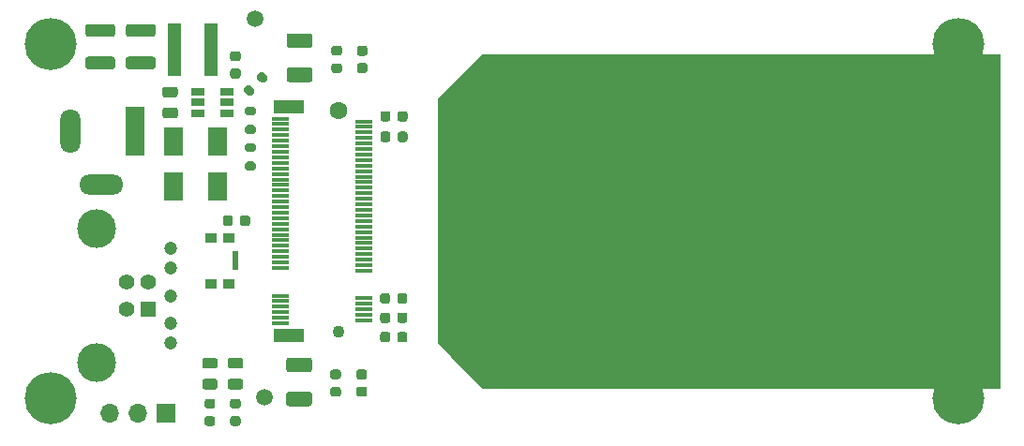
<source format=gbr>
G04 #@! TF.GenerationSoftware,KiCad,Pcbnew,(5.1.9-0-10_14)*
G04 #@! TF.CreationDate,2021-05-09T00:19:33+01:00*
G04 #@! TF.ProjectId,usb3-ngff-carrier,75736233-2d6e-4676-9666-2d6361727269,1*
G04 #@! TF.SameCoordinates,Original*
G04 #@! TF.FileFunction,Soldermask,Top*
G04 #@! TF.FilePolarity,Negative*
%FSLAX46Y46*%
G04 Gerber Fmt 4.6, Leading zero omitted, Abs format (unit mm)*
G04 Created by KiCad (PCBNEW (5.1.9-0-10_14)) date 2021-05-09 00:19:33*
%MOMM*%
%LPD*%
G01*
G04 APERTURE LIST*
%ADD10C,0.100000*%
%ADD11R,1.220000X0.650000*%
%ADD12R,1.200000X4.700000*%
%ADD13C,1.500000*%
%ADD14C,3.500000*%
%ADD15C,1.420000*%
%ADD16R,1.420000X1.420000*%
%ADD17C,1.200000*%
%ADD18C,3.000000*%
%ADD19C,5.300000*%
%ADD20O,1.700000X1.700000*%
%ADD21R,1.700000X1.700000*%
%ADD22C,1.100000*%
%ADD23C,1.600000*%
%ADD24R,1.550000X0.300000*%
%ADD25R,2.750000X1.200000*%
%ADD26R,1.000000X0.900000*%
%ADD27R,0.550000X1.700000*%
%ADD28R,1.800000X2.500000*%
%ADD29R,1.800000X4.400000*%
%ADD30O,1.800000X4.000000*%
%ADD31O,4.000000X1.800000*%
%ADD32C,4.700000*%
G04 APERTURE END LIST*
D10*
G36*
X89700000Y-35050000D02*
G01*
X43000000Y-35050000D01*
X39000000Y-31050000D01*
X39000000Y-8950000D01*
X43000000Y-4950000D01*
X89700000Y-4950000D01*
X89700000Y-35050000D01*
G37*
X89700000Y-35050000D02*
X43000000Y-35050000D01*
X39000000Y-31050000D01*
X39000000Y-8950000D01*
X43000000Y-4950000D01*
X89700000Y-4950000D01*
X89700000Y-35050000D01*
D11*
X17290000Y-8350000D03*
X17290000Y-9300000D03*
X17290000Y-10250000D03*
X19910000Y-10250000D03*
X19910000Y-9300000D03*
X19910000Y-8350000D03*
D12*
X15195000Y-4500000D03*
X18505000Y-4500000D03*
G36*
G01*
X23196751Y-6564340D02*
X23585660Y-6953249D01*
G75*
G02*
X23585660Y-7236091I-141421J-141421D01*
G01*
X23302817Y-7518934D01*
G75*
G02*
X23019975Y-7518934I-141421J141421D01*
G01*
X22631066Y-7130025D01*
G75*
G02*
X22631066Y-6847183I141421J141421D01*
G01*
X22913909Y-6564340D01*
G75*
G02*
X23196751Y-6564340I141421J-141421D01*
G01*
G37*
G36*
G01*
X22030025Y-7731066D02*
X22418934Y-8119975D01*
G75*
G02*
X22418934Y-8402817I-141421J-141421D01*
G01*
X22136091Y-8685660D01*
G75*
G02*
X21853249Y-8685660I-141421J141421D01*
G01*
X21464340Y-8296751D01*
G75*
G02*
X21464340Y-8013909I141421J141421D01*
G01*
X21747183Y-7731066D01*
G75*
G02*
X22030025Y-7731066I141421J-141421D01*
G01*
G37*
G36*
G01*
X21775000Y-11325000D02*
X22325000Y-11325000D01*
G75*
G02*
X22525000Y-11525000I0J-200000D01*
G01*
X22525000Y-11925000D01*
G75*
G02*
X22325000Y-12125000I-200000J0D01*
G01*
X21775000Y-12125000D01*
G75*
G02*
X21575000Y-11925000I0J200000D01*
G01*
X21575000Y-11525000D01*
G75*
G02*
X21775000Y-11325000I200000J0D01*
G01*
G37*
G36*
G01*
X21775000Y-9675000D02*
X22325000Y-9675000D01*
G75*
G02*
X22525000Y-9875000I0J-200000D01*
G01*
X22525000Y-10275000D01*
G75*
G02*
X22325000Y-10475000I-200000J0D01*
G01*
X21775000Y-10475000D01*
G75*
G02*
X21575000Y-10275000I0J200000D01*
G01*
X21575000Y-9875000D01*
G75*
G02*
X21775000Y-9675000I200000J0D01*
G01*
G37*
G36*
G01*
X20475000Y-19725000D02*
X20475000Y-20225000D01*
G75*
G02*
X20250000Y-20450000I-225000J0D01*
G01*
X19800000Y-20450000D01*
G75*
G02*
X19575000Y-20225000I0J225000D01*
G01*
X19575000Y-19725000D01*
G75*
G02*
X19800000Y-19500000I225000J0D01*
G01*
X20250000Y-19500000D01*
G75*
G02*
X20475000Y-19725000I0J-225000D01*
G01*
G37*
G36*
G01*
X22025000Y-19725000D02*
X22025000Y-20225000D01*
G75*
G02*
X21800000Y-20450000I-225000J0D01*
G01*
X21350000Y-20450000D01*
G75*
G02*
X21125000Y-20225000I0J225000D01*
G01*
X21125000Y-19725000D01*
G75*
G02*
X21350000Y-19500000I225000J0D01*
G01*
X21800000Y-19500000D01*
G75*
G02*
X22025000Y-19725000I0J-225000D01*
G01*
G37*
G36*
G01*
X35325000Y-29000000D02*
X35325000Y-28500000D01*
G75*
G02*
X35550000Y-28275000I225000J0D01*
G01*
X36000000Y-28275000D01*
G75*
G02*
X36225000Y-28500000I0J-225000D01*
G01*
X36225000Y-29000000D01*
G75*
G02*
X36000000Y-29225000I-225000J0D01*
G01*
X35550000Y-29225000D01*
G75*
G02*
X35325000Y-29000000I0J225000D01*
G01*
G37*
G36*
G01*
X33775000Y-29000000D02*
X33775000Y-28500000D01*
G75*
G02*
X34000000Y-28275000I225000J0D01*
G01*
X34450000Y-28275000D01*
G75*
G02*
X34675000Y-28500000I0J-225000D01*
G01*
X34675000Y-29000000D01*
G75*
G02*
X34450000Y-29225000I-225000J0D01*
G01*
X34000000Y-29225000D01*
G75*
G02*
X33775000Y-29000000I0J225000D01*
G01*
G37*
G36*
G01*
X35325000Y-30750000D02*
X35325000Y-30250000D01*
G75*
G02*
X35550000Y-30025000I225000J0D01*
G01*
X36000000Y-30025000D01*
G75*
G02*
X36225000Y-30250000I0J-225000D01*
G01*
X36225000Y-30750000D01*
G75*
G02*
X36000000Y-30975000I-225000J0D01*
G01*
X35550000Y-30975000D01*
G75*
G02*
X35325000Y-30750000I0J225000D01*
G01*
G37*
G36*
G01*
X33775000Y-30750000D02*
X33775000Y-30250000D01*
G75*
G02*
X34000000Y-30025000I225000J0D01*
G01*
X34450000Y-30025000D01*
G75*
G02*
X34675000Y-30250000I0J-225000D01*
G01*
X34675000Y-30750000D01*
G75*
G02*
X34450000Y-30975000I-225000J0D01*
G01*
X34000000Y-30975000D01*
G75*
G02*
X33775000Y-30750000I0J225000D01*
G01*
G37*
G36*
G01*
X31850000Y-34975000D02*
X32350000Y-34975000D01*
G75*
G02*
X32575000Y-35200000I0J-225000D01*
G01*
X32575000Y-35650000D01*
G75*
G02*
X32350000Y-35875000I-225000J0D01*
G01*
X31850000Y-35875000D01*
G75*
G02*
X31625000Y-35650000I0J225000D01*
G01*
X31625000Y-35200000D01*
G75*
G02*
X31850000Y-34975000I225000J0D01*
G01*
G37*
G36*
G01*
X31850000Y-33425000D02*
X32350000Y-33425000D01*
G75*
G02*
X32575000Y-33650000I0J-225000D01*
G01*
X32575000Y-34100000D01*
G75*
G02*
X32350000Y-34325000I-225000J0D01*
G01*
X31850000Y-34325000D01*
G75*
G02*
X31625000Y-34100000I0J225000D01*
G01*
X31625000Y-33650000D01*
G75*
G02*
X31850000Y-33425000I225000J0D01*
G01*
G37*
G36*
G01*
X35340000Y-10800000D02*
X35340000Y-10300000D01*
G75*
G02*
X35565000Y-10075000I225000J0D01*
G01*
X36015000Y-10075000D01*
G75*
G02*
X36240000Y-10300000I0J-225000D01*
G01*
X36240000Y-10800000D01*
G75*
G02*
X36015000Y-11025000I-225000J0D01*
G01*
X35565000Y-11025000D01*
G75*
G02*
X35340000Y-10800000I0J225000D01*
G01*
G37*
G36*
G01*
X33790000Y-10800000D02*
X33790000Y-10300000D01*
G75*
G02*
X34015000Y-10075000I225000J0D01*
G01*
X34465000Y-10075000D01*
G75*
G02*
X34690000Y-10300000I0J-225000D01*
G01*
X34690000Y-10800000D01*
G75*
G02*
X34465000Y-11025000I-225000J0D01*
G01*
X34015000Y-11025000D01*
G75*
G02*
X33790000Y-10800000I0J225000D01*
G01*
G37*
G36*
G01*
X35350000Y-12650000D02*
X35350000Y-12150000D01*
G75*
G02*
X35575000Y-11925000I225000J0D01*
G01*
X36025000Y-11925000D01*
G75*
G02*
X36250000Y-12150000I0J-225000D01*
G01*
X36250000Y-12650000D01*
G75*
G02*
X36025000Y-12875000I-225000J0D01*
G01*
X35575000Y-12875000D01*
G75*
G02*
X35350000Y-12650000I0J225000D01*
G01*
G37*
G36*
G01*
X33800000Y-12650000D02*
X33800000Y-12150000D01*
G75*
G02*
X34025000Y-11925000I225000J0D01*
G01*
X34475000Y-11925000D01*
G75*
G02*
X34700000Y-12150000I0J-225000D01*
G01*
X34700000Y-12650000D01*
G75*
G02*
X34475000Y-12875000I-225000J0D01*
G01*
X34025000Y-12875000D01*
G75*
G02*
X33800000Y-12650000I0J225000D01*
G01*
G37*
G36*
G01*
X32400000Y-5075000D02*
X31900000Y-5075000D01*
G75*
G02*
X31675000Y-4850000I0J225000D01*
G01*
X31675000Y-4400000D01*
G75*
G02*
X31900000Y-4175000I225000J0D01*
G01*
X32400000Y-4175000D01*
G75*
G02*
X32625000Y-4400000I0J-225000D01*
G01*
X32625000Y-4850000D01*
G75*
G02*
X32400000Y-5075000I-225000J0D01*
G01*
G37*
G36*
G01*
X32400000Y-6625000D02*
X31900000Y-6625000D01*
G75*
G02*
X31675000Y-6400000I0J225000D01*
G01*
X31675000Y-5950000D01*
G75*
G02*
X31900000Y-5725000I225000J0D01*
G01*
X32400000Y-5725000D01*
G75*
G02*
X32625000Y-5950000I0J-225000D01*
G01*
X32625000Y-6400000D01*
G75*
G02*
X32400000Y-6625000I-225000J0D01*
G01*
G37*
G36*
G01*
X20950000Y-5575000D02*
X20450000Y-5575000D01*
G75*
G02*
X20225000Y-5350000I0J225000D01*
G01*
X20225000Y-4900000D01*
G75*
G02*
X20450000Y-4675000I225000J0D01*
G01*
X20950000Y-4675000D01*
G75*
G02*
X21175000Y-4900000I0J-225000D01*
G01*
X21175000Y-5350000D01*
G75*
G02*
X20950000Y-5575000I-225000J0D01*
G01*
G37*
G36*
G01*
X20950000Y-7125000D02*
X20450000Y-7125000D01*
G75*
G02*
X20225000Y-6900000I0J225000D01*
G01*
X20225000Y-6450000D01*
G75*
G02*
X20450000Y-6225000I225000J0D01*
G01*
X20950000Y-6225000D01*
G75*
G02*
X21175000Y-6450000I0J-225000D01*
G01*
X21175000Y-6900000D01*
G75*
G02*
X20950000Y-7125000I-225000J0D01*
G01*
G37*
D13*
X22500000Y-1750000D03*
G36*
G01*
X21775000Y-14625000D02*
X22325000Y-14625000D01*
G75*
G02*
X22525000Y-14825000I0J-200000D01*
G01*
X22525000Y-15225000D01*
G75*
G02*
X22325000Y-15425000I-200000J0D01*
G01*
X21775000Y-15425000D01*
G75*
G02*
X21575000Y-15225000I0J200000D01*
G01*
X21575000Y-14825000D01*
G75*
G02*
X21775000Y-14625000I200000J0D01*
G01*
G37*
G36*
G01*
X21775000Y-12975000D02*
X22325000Y-12975000D01*
G75*
G02*
X22525000Y-13175000I0J-200000D01*
G01*
X22525000Y-13575000D01*
G75*
G02*
X22325000Y-13775000I-200000J0D01*
G01*
X21775000Y-13775000D01*
G75*
G02*
X21575000Y-13575000I0J200000D01*
G01*
X21575000Y-13175000D01*
G75*
G02*
X21775000Y-12975000I200000J0D01*
G01*
G37*
G36*
G01*
X11049999Y-5150000D02*
X13250001Y-5150000D01*
G75*
G02*
X13500000Y-5399999I0J-249999D01*
G01*
X13500000Y-6050001D01*
G75*
G02*
X13250001Y-6300000I-249999J0D01*
G01*
X11049999Y-6300000D01*
G75*
G02*
X10800000Y-6050001I0J249999D01*
G01*
X10800000Y-5399999D01*
G75*
G02*
X11049999Y-5150000I249999J0D01*
G01*
G37*
G36*
G01*
X11049550Y-2200000D02*
X13250450Y-2200000D01*
G75*
G02*
X13500000Y-2449550I0J-249550D01*
G01*
X13500000Y-3100450D01*
G75*
G02*
X13250450Y-3350000I-249550J0D01*
G01*
X11049550Y-3350000D01*
G75*
G02*
X10800000Y-3100450I0J249550D01*
G01*
X10800000Y-2449550D01*
G75*
G02*
X11049550Y-2200000I249550J0D01*
G01*
G37*
G36*
G01*
X7399999Y-5150000D02*
X9600001Y-5150000D01*
G75*
G02*
X9850000Y-5399999I0J-249999D01*
G01*
X9850000Y-6050001D01*
G75*
G02*
X9600001Y-6300000I-249999J0D01*
G01*
X7399999Y-6300000D01*
G75*
G02*
X7150000Y-6050001I0J249999D01*
G01*
X7150000Y-5399999D01*
G75*
G02*
X7399999Y-5150000I249999J0D01*
G01*
G37*
G36*
G01*
X7399550Y-2200000D02*
X9600450Y-2200000D01*
G75*
G02*
X9850000Y-2449550I0J-249550D01*
G01*
X9850000Y-3100450D01*
G75*
G02*
X9600450Y-3350000I-249550J0D01*
G01*
X7399550Y-3350000D01*
G75*
G02*
X7150000Y-3100450I0J249550D01*
G01*
X7150000Y-2449550D01*
G75*
G02*
X7399550Y-2200000I249550J0D01*
G01*
G37*
D14*
X8150000Y-20730000D03*
X8150000Y-32770000D03*
D15*
X10860000Y-25500000D03*
X10860000Y-28000000D03*
X12859999Y-25500000D03*
D16*
X12859999Y-28000000D03*
D17*
X14860000Y-22500000D03*
X14860000Y-24250000D03*
X14860000Y-31000000D03*
X14860000Y-29250000D03*
X14860000Y-26750000D03*
D18*
X70250000Y-20000000D03*
D19*
X70250000Y-20000000D03*
D18*
X80250000Y-20000000D03*
D19*
X80250000Y-20000000D03*
D20*
X9370000Y-37350000D03*
X11910000Y-37350000D03*
D21*
X14450000Y-37350000D03*
D22*
X30000000Y-30000000D03*
D23*
X30000000Y-10000000D03*
D24*
X24725000Y-29250000D03*
X32275000Y-29000000D03*
X24725000Y-28750000D03*
X32275000Y-28500000D03*
X24725000Y-28250000D03*
X32275000Y-28000000D03*
X24725000Y-27750000D03*
X32275000Y-27500000D03*
X24725000Y-27250000D03*
X32275000Y-27000000D03*
X24725000Y-26750000D03*
X32275000Y-24500000D03*
X24725000Y-24250000D03*
X32275000Y-24000000D03*
X24725000Y-23750000D03*
X32275000Y-23500000D03*
X24725000Y-23250000D03*
X32275000Y-23000000D03*
X24725000Y-22750000D03*
X32275000Y-22500000D03*
X24725000Y-22250000D03*
X32275000Y-22000000D03*
X24725000Y-21750000D03*
X32275000Y-21500000D03*
X24725000Y-21250000D03*
X32275000Y-21000000D03*
X24725000Y-20750000D03*
X32275000Y-20500000D03*
X24725000Y-20250000D03*
X32275000Y-20000000D03*
X24725000Y-19750000D03*
X32275000Y-19500000D03*
X24725000Y-19250000D03*
X32275000Y-19000000D03*
X24725000Y-18750000D03*
X32275000Y-18500000D03*
X24725000Y-18250000D03*
X32275000Y-18000000D03*
X24725000Y-17750000D03*
X32275000Y-17500000D03*
X24725000Y-17250000D03*
X32275000Y-17000000D03*
X24725000Y-16750000D03*
X32275000Y-16500000D03*
X24725000Y-16250000D03*
X32275000Y-16000000D03*
X24725000Y-15750000D03*
X32275000Y-15500000D03*
X24725000Y-15250000D03*
X32275000Y-15000000D03*
X24725000Y-14750000D03*
X32275000Y-14500000D03*
X24725000Y-14250000D03*
X32275000Y-14000000D03*
X24725000Y-13750000D03*
X32275000Y-13500000D03*
X24725000Y-13250000D03*
X32275000Y-13000000D03*
X24725000Y-12750000D03*
X32275000Y-12500000D03*
X24725000Y-12250000D03*
X32275000Y-12000000D03*
X24725000Y-11750000D03*
X32275000Y-11500000D03*
X24725000Y-11250000D03*
X32275000Y-11000000D03*
X24725000Y-10750000D03*
D25*
X25500000Y-30350000D03*
X25500000Y-9650000D03*
G36*
G01*
X35350000Y-27256250D02*
X35350000Y-26743750D01*
G75*
G02*
X35568750Y-26525000I218750J0D01*
G01*
X36006250Y-26525000D01*
G75*
G02*
X36225000Y-26743750I0J-218750D01*
G01*
X36225000Y-27256250D01*
G75*
G02*
X36006250Y-27475000I-218750J0D01*
G01*
X35568750Y-27475000D01*
G75*
G02*
X35350000Y-27256250I0J218750D01*
G01*
G37*
G36*
G01*
X33775000Y-27256250D02*
X33775000Y-26743750D01*
G75*
G02*
X33993750Y-26525000I218750J0D01*
G01*
X34431250Y-26525000D01*
G75*
G02*
X34650000Y-26743750I0J-218750D01*
G01*
X34650000Y-27256250D01*
G75*
G02*
X34431250Y-27475000I-218750J0D01*
G01*
X33993750Y-27475000D01*
G75*
G02*
X33775000Y-27256250I0J218750D01*
G01*
G37*
G36*
G01*
X29493750Y-35000000D02*
X30006250Y-35000000D01*
G75*
G02*
X30225000Y-35218750I0J-218750D01*
G01*
X30225000Y-35656250D01*
G75*
G02*
X30006250Y-35875000I-218750J0D01*
G01*
X29493750Y-35875000D01*
G75*
G02*
X29275000Y-35656250I0J218750D01*
G01*
X29275000Y-35218750D01*
G75*
G02*
X29493750Y-35000000I218750J0D01*
G01*
G37*
G36*
G01*
X29493750Y-33425000D02*
X30006250Y-33425000D01*
G75*
G02*
X30225000Y-33643750I0J-218750D01*
G01*
X30225000Y-34081250D01*
G75*
G02*
X30006250Y-34300000I-218750J0D01*
G01*
X29493750Y-34300000D01*
G75*
G02*
X29275000Y-34081250I0J218750D01*
G01*
X29275000Y-33643750D01*
G75*
G02*
X29493750Y-33425000I218750J0D01*
G01*
G37*
G36*
G01*
X30106250Y-5050000D02*
X29593750Y-5050000D01*
G75*
G02*
X29375000Y-4831250I0J218750D01*
G01*
X29375000Y-4393750D01*
G75*
G02*
X29593750Y-4175000I218750J0D01*
G01*
X30106250Y-4175000D01*
G75*
G02*
X30325000Y-4393750I0J-218750D01*
G01*
X30325000Y-4831250D01*
G75*
G02*
X30106250Y-5050000I-218750J0D01*
G01*
G37*
G36*
G01*
X30106250Y-6625000D02*
X29593750Y-6625000D01*
G75*
G02*
X29375000Y-6406250I0J218750D01*
G01*
X29375000Y-5968750D01*
G75*
G02*
X29593750Y-5750000I218750J0D01*
G01*
X30106250Y-5750000D01*
G75*
G02*
X30325000Y-5968750I0J-218750D01*
G01*
X30325000Y-6406250D01*
G75*
G02*
X30106250Y-6625000I-218750J0D01*
G01*
G37*
D26*
X20100000Y-21550001D03*
X20100000Y-25649999D03*
X18500000Y-21550001D03*
X18500000Y-25649999D03*
D27*
X20725000Y-23600000D03*
G36*
G01*
X18143750Y-37650000D02*
X18656250Y-37650000D01*
G75*
G02*
X18875000Y-37868750I0J-218750D01*
G01*
X18875000Y-38306250D01*
G75*
G02*
X18656250Y-38525000I-218750J0D01*
G01*
X18143750Y-38525000D01*
G75*
G02*
X17925000Y-38306250I0J218750D01*
G01*
X17925000Y-37868750D01*
G75*
G02*
X18143750Y-37650000I218750J0D01*
G01*
G37*
G36*
G01*
X18143750Y-36075000D02*
X18656250Y-36075000D01*
G75*
G02*
X18875000Y-36293750I0J-218750D01*
G01*
X18875000Y-36731250D01*
G75*
G02*
X18656250Y-36950000I-218750J0D01*
G01*
X18143750Y-36950000D01*
G75*
G02*
X17925000Y-36731250I0J218750D01*
G01*
X17925000Y-36293750D01*
G75*
G02*
X18143750Y-36075000I218750J0D01*
G01*
G37*
G36*
G01*
X17943750Y-34250000D02*
X18856250Y-34250000D01*
G75*
G02*
X19100000Y-34493750I0J-243750D01*
G01*
X19100000Y-34981250D01*
G75*
G02*
X18856250Y-35225000I-243750J0D01*
G01*
X17943750Y-35225000D01*
G75*
G02*
X17700000Y-34981250I0J243750D01*
G01*
X17700000Y-34493750D01*
G75*
G02*
X17943750Y-34250000I243750J0D01*
G01*
G37*
G36*
G01*
X17943750Y-32375000D02*
X18856250Y-32375000D01*
G75*
G02*
X19100000Y-32618750I0J-243750D01*
G01*
X19100000Y-33106250D01*
G75*
G02*
X18856250Y-33350000I-243750J0D01*
G01*
X17943750Y-33350000D01*
G75*
G02*
X17700000Y-33106250I0J243750D01*
G01*
X17700000Y-32618750D01*
G75*
G02*
X17943750Y-32375000I243750J0D01*
G01*
G37*
D13*
X23300000Y-35900000D03*
G36*
G01*
X20443750Y-37650000D02*
X20956250Y-37650000D01*
G75*
G02*
X21175000Y-37868750I0J-218750D01*
G01*
X21175000Y-38306250D01*
G75*
G02*
X20956250Y-38525000I-218750J0D01*
G01*
X20443750Y-38525000D01*
G75*
G02*
X20225000Y-38306250I0J218750D01*
G01*
X20225000Y-37868750D01*
G75*
G02*
X20443750Y-37650000I218750J0D01*
G01*
G37*
G36*
G01*
X20443750Y-36075000D02*
X20956250Y-36075000D01*
G75*
G02*
X21175000Y-36293750I0J-218750D01*
G01*
X21175000Y-36731250D01*
G75*
G02*
X20956250Y-36950000I-218750J0D01*
G01*
X20443750Y-36950000D01*
G75*
G02*
X20225000Y-36731250I0J218750D01*
G01*
X20225000Y-36293750D01*
G75*
G02*
X20443750Y-36075000I218750J0D01*
G01*
G37*
G36*
G01*
X20243750Y-34250000D02*
X21156250Y-34250000D01*
G75*
G02*
X21400000Y-34493750I0J-243750D01*
G01*
X21400000Y-34981250D01*
G75*
G02*
X21156250Y-35225000I-243750J0D01*
G01*
X20243750Y-35225000D01*
G75*
G02*
X20000000Y-34981250I0J243750D01*
G01*
X20000000Y-34493750D01*
G75*
G02*
X20243750Y-34250000I243750J0D01*
G01*
G37*
G36*
G01*
X20243750Y-32375000D02*
X21156250Y-32375000D01*
G75*
G02*
X21400000Y-32618750I0J-243750D01*
G01*
X21400000Y-33106250D01*
G75*
G02*
X21156250Y-33350000I-243750J0D01*
G01*
X20243750Y-33350000D01*
G75*
G02*
X20000000Y-33106250I0J243750D01*
G01*
X20000000Y-32618750D01*
G75*
G02*
X20243750Y-32375000I243750J0D01*
G01*
G37*
G36*
G01*
X25524998Y-35425000D02*
X27375002Y-35425000D01*
G75*
G02*
X27625000Y-35674998I0J-249998D01*
G01*
X27625000Y-36500002D01*
G75*
G02*
X27375002Y-36750000I-249998J0D01*
G01*
X25524998Y-36750000D01*
G75*
G02*
X25275000Y-36500002I0J249998D01*
G01*
X25275000Y-35674998D01*
G75*
G02*
X25524998Y-35425000I249998J0D01*
G01*
G37*
G36*
G01*
X25524998Y-32350000D02*
X27375002Y-32350000D01*
G75*
G02*
X27625000Y-32599998I0J-249998D01*
G01*
X27625000Y-33425002D01*
G75*
G02*
X27375002Y-33675000I-249998J0D01*
G01*
X25524998Y-33675000D01*
G75*
G02*
X25275000Y-33425002I0J249998D01*
G01*
X25275000Y-32599998D01*
G75*
G02*
X25524998Y-32350000I249998J0D01*
G01*
G37*
G36*
G01*
X27415002Y-4375000D02*
X25564998Y-4375000D01*
G75*
G02*
X25315000Y-4125002I0J249998D01*
G01*
X25315000Y-3299998D01*
G75*
G02*
X25564998Y-3050000I249998J0D01*
G01*
X27415002Y-3050000D01*
G75*
G02*
X27665000Y-3299998I0J-249998D01*
G01*
X27665000Y-4125002D01*
G75*
G02*
X27415002Y-4375000I-249998J0D01*
G01*
G37*
G36*
G01*
X27415002Y-7450000D02*
X25564998Y-7450000D01*
G75*
G02*
X25315000Y-7200002I0J249998D01*
G01*
X25315000Y-6374998D01*
G75*
G02*
X25564998Y-6125000I249998J0D01*
G01*
X27415002Y-6125000D01*
G75*
G02*
X27665000Y-6374998I0J-249998D01*
G01*
X27665000Y-7200002D01*
G75*
G02*
X27415002Y-7450000I-249998J0D01*
G01*
G37*
G36*
G01*
X15256250Y-10725000D02*
X14343750Y-10725000D01*
G75*
G02*
X14100000Y-10481250I0J243750D01*
G01*
X14100000Y-9993750D01*
G75*
G02*
X14343750Y-9750000I243750J0D01*
G01*
X15256250Y-9750000D01*
G75*
G02*
X15500000Y-9993750I0J-243750D01*
G01*
X15500000Y-10481250D01*
G75*
G02*
X15256250Y-10725000I-243750J0D01*
G01*
G37*
G36*
G01*
X15256250Y-8850000D02*
X14343750Y-8850000D01*
G75*
G02*
X14100000Y-8606250I0J243750D01*
G01*
X14100000Y-8118750D01*
G75*
G02*
X14343750Y-7875000I243750J0D01*
G01*
X15256250Y-7875000D01*
G75*
G02*
X15500000Y-8118750I0J-243750D01*
G01*
X15500000Y-8606250D01*
G75*
G02*
X15256250Y-8850000I-243750J0D01*
G01*
G37*
D28*
X15100000Y-16850000D03*
X15100000Y-12850000D03*
X19100000Y-16850000D03*
X19100000Y-12850000D03*
D29*
X11600000Y-11900000D03*
D30*
X5800000Y-11900000D03*
D31*
X8600000Y-16700000D03*
D32*
X4000000Y-36000000D03*
X86000000Y-36000000D03*
X86000000Y-4000000D03*
X4000000Y-4000000D03*
M02*

</source>
